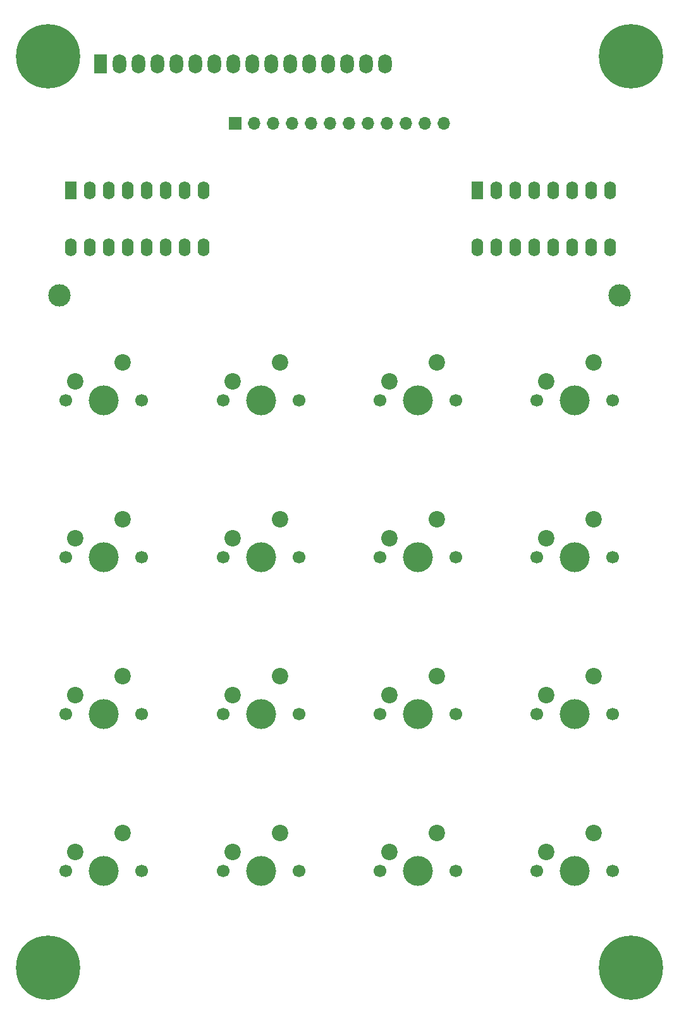
<source format=gts>
G04 #@! TF.GenerationSoftware,KiCad,Pcbnew,5.1.9+dfsg1-1*
G04 #@! TF.CreationDate,2022-06-11T23:02:00-07:00*
G04 #@! TF.ProjectId,keypad,6b657970-6164-42e6-9b69-6361645f7063,rev?*
G04 #@! TF.SameCoordinates,Original*
G04 #@! TF.FileFunction,Soldermask,Top*
G04 #@! TF.FilePolarity,Negative*
%FSLAX46Y46*%
G04 Gerber Fmt 4.6, Leading zero omitted, Abs format (unit mm)*
G04 Created by KiCad (PCBNEW 5.1.9+dfsg1-1) date 2022-06-11 23:02:00*
%MOMM*%
%LPD*%
G01*
G04 APERTURE LIST*
%ADD10R,1.700000X1.700000*%
%ADD11O,1.700000X1.700000*%
%ADD12C,8.600000*%
%ADD13C,0.900000*%
%ADD14R,1.600000X2.400000*%
%ADD15O,1.600000X2.400000*%
%ADD16C,2.200000*%
%ADD17C,4.000000*%
%ADD18C,1.700000*%
%ADD19R,1.800000X2.600000*%
%ADD20O,1.800000X2.600000*%
%ADD21C,3.000000*%
G04 APERTURE END LIST*
D10*
G04 #@! TO.C,J1*
X134000000Y-44000000D03*
D11*
X136540000Y-44000000D03*
X139080000Y-44000000D03*
X141620000Y-44000000D03*
X144160000Y-44000000D03*
X146700000Y-44000000D03*
X149240000Y-44000000D03*
X151780000Y-44000000D03*
X154320000Y-44000000D03*
X156860000Y-44000000D03*
X159400000Y-44000000D03*
X161940000Y-44000000D03*
G04 #@! TD*
D12*
G04 #@! TO.C,H1*
X187000000Y-157000000D03*
D13*
X190225000Y-157000000D03*
X189280419Y-159280419D03*
X187000000Y-160225000D03*
X184719581Y-159280419D03*
X183775000Y-157000000D03*
X184719581Y-154719581D03*
X187000000Y-153775000D03*
X189280419Y-154719581D03*
G04 #@! TD*
G04 #@! TO.C,H2*
X111280419Y-154719581D03*
X109000000Y-153775000D03*
X106719581Y-154719581D03*
X105775000Y-157000000D03*
X106719581Y-159280419D03*
X109000000Y-160225000D03*
X111280419Y-159280419D03*
X112225000Y-157000000D03*
D12*
X109000000Y-157000000D03*
G04 #@! TD*
D14*
G04 #@! TO.C,U2*
X112000000Y-53000000D03*
D15*
X129780000Y-60620000D03*
X114540000Y-53000000D03*
X127240000Y-60620000D03*
X117080000Y-53000000D03*
X124700000Y-60620000D03*
X119620000Y-53000000D03*
X122160000Y-60620000D03*
X122160000Y-53000000D03*
X119620000Y-60620000D03*
X124700000Y-53000000D03*
X117080000Y-60620000D03*
X127240000Y-53000000D03*
X114540000Y-60620000D03*
X129780000Y-53000000D03*
X112000000Y-60620000D03*
G04 #@! TD*
G04 #@! TO.C,U3*
X166500000Y-60620000D03*
X184280000Y-53000000D03*
X169040000Y-60620000D03*
X181740000Y-53000000D03*
X171580000Y-60620000D03*
X179200000Y-53000000D03*
X174120000Y-60620000D03*
X176660000Y-53000000D03*
X176660000Y-60620000D03*
X174120000Y-53000000D03*
X179200000Y-60620000D03*
X171580000Y-53000000D03*
X181740000Y-60620000D03*
X169040000Y-53000000D03*
X184280000Y-60620000D03*
D14*
X166500000Y-53000000D03*
G04 #@! TD*
D13*
G04 #@! TO.C,H3*
X189280419Y-32719581D03*
X187000000Y-31775000D03*
X184719581Y-32719581D03*
X183775000Y-35000000D03*
X184719581Y-37280419D03*
X187000000Y-38225000D03*
X189280419Y-37280419D03*
X190225000Y-35000000D03*
D12*
X187000000Y-35000000D03*
G04 #@! TD*
G04 #@! TO.C,H4*
X109000000Y-35000000D03*
D13*
X112225000Y-35000000D03*
X111280419Y-37280419D03*
X109000000Y-38225000D03*
X106719581Y-37280419D03*
X105775000Y-35000000D03*
X106719581Y-32719581D03*
X109000000Y-31775000D03*
X111280419Y-32719581D03*
G04 #@! TD*
D16*
G04 #@! TO.C,SW_0*
X140000000Y-139000000D03*
X133650000Y-141540000D03*
D17*
X137460000Y-144080000D03*
D18*
X132380000Y-144080000D03*
X142540000Y-144080000D03*
G04 #@! TD*
G04 #@! TO.C,SW_1*
X121540000Y-81080000D03*
X111380000Y-81080000D03*
D17*
X116460000Y-81080000D03*
D16*
X112650000Y-78540000D03*
X119000000Y-76000000D03*
G04 #@! TD*
G04 #@! TO.C,SW_2*
X140000000Y-76000000D03*
X133650000Y-78540000D03*
D17*
X137460000Y-81080000D03*
D18*
X132380000Y-81080000D03*
X142540000Y-81080000D03*
G04 #@! TD*
D16*
G04 #@! TO.C,SW_3*
X161000000Y-76000000D03*
X154650000Y-78540000D03*
D17*
X158460000Y-81080000D03*
D18*
X153380000Y-81080000D03*
X163540000Y-81080000D03*
G04 #@! TD*
G04 #@! TO.C,SW_4*
X121540000Y-102080000D03*
X111380000Y-102080000D03*
D17*
X116460000Y-102080000D03*
D16*
X112650000Y-99540000D03*
X119000000Y-97000000D03*
G04 #@! TD*
G04 #@! TO.C,SW_5*
X140000000Y-97000000D03*
X133650000Y-99540000D03*
D17*
X137460000Y-102080000D03*
D18*
X132380000Y-102080000D03*
X142540000Y-102080000D03*
G04 #@! TD*
D16*
G04 #@! TO.C,SW_6*
X161000000Y-97000000D03*
X154650000Y-99540000D03*
D17*
X158460000Y-102080000D03*
D18*
X153380000Y-102080000D03*
X163540000Y-102080000D03*
G04 #@! TD*
G04 #@! TO.C,SW_7*
X121540000Y-123080000D03*
X111380000Y-123080000D03*
D17*
X116460000Y-123080000D03*
D16*
X112650000Y-120540000D03*
X119000000Y-118000000D03*
G04 #@! TD*
G04 #@! TO.C,SW_8*
X140000000Y-118000000D03*
X133650000Y-120540000D03*
D17*
X137460000Y-123080000D03*
D18*
X132380000Y-123080000D03*
X142540000Y-123080000D03*
G04 #@! TD*
D16*
G04 #@! TO.C,SW_9*
X161000000Y-118000000D03*
X154650000Y-120540000D03*
D17*
X158460000Y-123080000D03*
D18*
X153380000Y-123080000D03*
X163540000Y-123080000D03*
G04 #@! TD*
G04 #@! TO.C,SW_A1*
X184540000Y-81080000D03*
X174380000Y-81080000D03*
D17*
X179460000Y-81080000D03*
D16*
X175650000Y-78540000D03*
X182000000Y-76000000D03*
G04 #@! TD*
D18*
G04 #@! TO.C,SW_B1*
X184540000Y-102080000D03*
X174380000Y-102080000D03*
D17*
X179460000Y-102080000D03*
D16*
X175650000Y-99540000D03*
X182000000Y-97000000D03*
G04 #@! TD*
D18*
G04 #@! TO.C,SW_C1*
X184540000Y-123080000D03*
X174380000Y-123080000D03*
D17*
X179460000Y-123080000D03*
D16*
X175650000Y-120540000D03*
X182000000Y-118000000D03*
G04 #@! TD*
D18*
G04 #@! TO.C,SW_D1*
X184540000Y-144080000D03*
X174380000Y-144080000D03*
D17*
X179460000Y-144080000D03*
D16*
X175650000Y-141540000D03*
X182000000Y-139000000D03*
G04 #@! TD*
G04 #@! TO.C,SW_OCTO1*
X161000000Y-139000000D03*
X154650000Y-141540000D03*
D17*
X158460000Y-144080000D03*
D18*
X153380000Y-144080000D03*
X163540000Y-144080000D03*
G04 #@! TD*
G04 #@! TO.C,SW_STAR1*
X121540000Y-144080000D03*
X111380000Y-144080000D03*
D17*
X116460000Y-144080000D03*
D16*
X112650000Y-141540000D03*
X119000000Y-139000000D03*
G04 #@! TD*
D19*
G04 #@! TO.C,U1*
X116000000Y-36000000D03*
D20*
X118540000Y-36000000D03*
X121080000Y-36000000D03*
X123620000Y-36000000D03*
X126160000Y-36000000D03*
X128700000Y-36000000D03*
X131240000Y-36000000D03*
X133780000Y-36000000D03*
X136320000Y-36000000D03*
X138860000Y-36000000D03*
X141400000Y-36000000D03*
X143940000Y-36000000D03*
X146480000Y-36000000D03*
X149020000Y-36000000D03*
X151560000Y-36000000D03*
X154100000Y-36000000D03*
D21*
X110500900Y-67000700D03*
X185499480Y-67000700D03*
G04 #@! TD*
M02*

</source>
